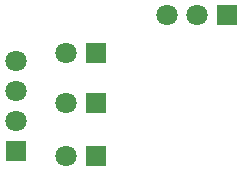
<source format=gbs>
G04*
G04 #@! TF.GenerationSoftware,Altium Limited,Altium Designer,22.6.1 (34)*
G04*
G04 Layer_Color=16711935*
%FSLAX25Y25*%
%MOIN*%
G70*
G04*
G04 #@! TF.SameCoordinates,6A0AF7E6-2655-45A2-AC58-E928B373DE11*
G04*
G04*
G04 #@! TF.FilePolarity,Negative*
G04*
G01*
G75*
%ADD21R,0.07099X0.07099*%
%ADD22C,0.07099*%
%ADD23R,0.07099X0.07099*%
D21*
X453898Y397638D02*
D03*
X410512Y350394D02*
D03*
X410433Y368110D02*
D03*
X410512Y384842D02*
D03*
D22*
X443898Y397638D02*
D03*
X433898D02*
D03*
X400512Y350394D02*
D03*
X400433Y368110D02*
D03*
X400512Y384842D02*
D03*
X383858Y382047D02*
D03*
Y372047D02*
D03*
Y362047D02*
D03*
D23*
Y352047D02*
D03*
M02*

</source>
